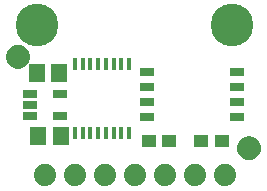
<source format=gbr>
G04 EAGLE Gerber RS-274X export*
G75*
%MOMM*%
%FSLAX34Y34*%
%LPD*%
%INSoldermask Top*%
%IPPOS*%
%AMOC8*
5,1,8,0,0,1.08239X$1,22.5*%
G01*
%ADD10R,1.176600X1.101600*%
%ADD11R,1.341600X1.601600*%
%ADD12R,0.406400X1.092200*%
%ADD13R,1.301600X0.651600*%
%ADD14C,1.101600*%
%ADD15C,0.469900*%
%ADD16C,3.617600*%
%ADD17R,1.301600X0.701600*%
%ADD18C,1.879600*%


D10*
X119770Y54610D03*
X136770Y54610D03*
D11*
X24790Y111760D03*
X43790Y111760D03*
X26060Y58420D03*
X45060Y58420D03*
D12*
X57260Y60992D03*
X63760Y60992D03*
X70260Y60992D03*
X76760Y60992D03*
X83260Y60992D03*
X89760Y60992D03*
X96260Y60992D03*
X102760Y60992D03*
X102760Y119348D03*
X96260Y119348D03*
X89760Y119348D03*
X83260Y119348D03*
X76760Y119348D03*
X70260Y119348D03*
X63760Y119348D03*
X57260Y119348D03*
D13*
X18749Y94590D03*
X18749Y85090D03*
X18749Y75590D03*
X44751Y75590D03*
X44751Y94590D03*
D14*
X8890Y125730D03*
D15*
X8890Y133230D02*
X8709Y133228D01*
X8528Y133221D01*
X8347Y133210D01*
X8166Y133195D01*
X7986Y133175D01*
X7806Y133151D01*
X7627Y133123D01*
X7449Y133090D01*
X7272Y133053D01*
X7095Y133012D01*
X6920Y132967D01*
X6745Y132917D01*
X6572Y132863D01*
X6401Y132805D01*
X6230Y132743D01*
X6062Y132676D01*
X5895Y132606D01*
X5729Y132532D01*
X5566Y132453D01*
X5405Y132371D01*
X5245Y132285D01*
X5088Y132195D01*
X4933Y132101D01*
X4780Y132004D01*
X4630Y131902D01*
X4482Y131798D01*
X4336Y131689D01*
X4194Y131578D01*
X4054Y131462D01*
X3917Y131344D01*
X3782Y131222D01*
X3651Y131097D01*
X3523Y130969D01*
X3398Y130838D01*
X3276Y130703D01*
X3158Y130566D01*
X3042Y130426D01*
X2931Y130284D01*
X2822Y130138D01*
X2718Y129990D01*
X2616Y129840D01*
X2519Y129687D01*
X2425Y129532D01*
X2335Y129375D01*
X2249Y129215D01*
X2167Y129054D01*
X2088Y128891D01*
X2014Y128725D01*
X1944Y128558D01*
X1877Y128390D01*
X1815Y128219D01*
X1757Y128048D01*
X1703Y127875D01*
X1653Y127700D01*
X1608Y127525D01*
X1567Y127348D01*
X1530Y127171D01*
X1497Y126993D01*
X1469Y126814D01*
X1445Y126634D01*
X1425Y126454D01*
X1410Y126273D01*
X1399Y126092D01*
X1392Y125911D01*
X1390Y125730D01*
X8890Y133230D02*
X9071Y133228D01*
X9252Y133221D01*
X9433Y133210D01*
X9614Y133195D01*
X9794Y133175D01*
X9974Y133151D01*
X10153Y133123D01*
X10331Y133090D01*
X10508Y133053D01*
X10685Y133012D01*
X10860Y132967D01*
X11035Y132917D01*
X11208Y132863D01*
X11379Y132805D01*
X11550Y132743D01*
X11718Y132676D01*
X11885Y132606D01*
X12051Y132532D01*
X12214Y132453D01*
X12375Y132371D01*
X12535Y132285D01*
X12692Y132195D01*
X12847Y132101D01*
X13000Y132004D01*
X13150Y131902D01*
X13298Y131798D01*
X13444Y131689D01*
X13586Y131578D01*
X13726Y131462D01*
X13863Y131344D01*
X13998Y131222D01*
X14129Y131097D01*
X14257Y130969D01*
X14382Y130838D01*
X14504Y130703D01*
X14622Y130566D01*
X14738Y130426D01*
X14849Y130284D01*
X14958Y130138D01*
X15062Y129990D01*
X15164Y129840D01*
X15261Y129687D01*
X15355Y129532D01*
X15445Y129375D01*
X15531Y129215D01*
X15613Y129054D01*
X15692Y128891D01*
X15766Y128725D01*
X15836Y128558D01*
X15903Y128390D01*
X15965Y128219D01*
X16023Y128048D01*
X16077Y127875D01*
X16127Y127700D01*
X16172Y127525D01*
X16213Y127348D01*
X16250Y127171D01*
X16283Y126993D01*
X16311Y126814D01*
X16335Y126634D01*
X16355Y126454D01*
X16370Y126273D01*
X16381Y126092D01*
X16388Y125911D01*
X16390Y125730D01*
X16388Y125549D01*
X16381Y125368D01*
X16370Y125187D01*
X16355Y125006D01*
X16335Y124826D01*
X16311Y124646D01*
X16283Y124467D01*
X16250Y124289D01*
X16213Y124112D01*
X16172Y123935D01*
X16127Y123760D01*
X16077Y123585D01*
X16023Y123412D01*
X15965Y123241D01*
X15903Y123070D01*
X15836Y122902D01*
X15766Y122735D01*
X15692Y122569D01*
X15613Y122406D01*
X15531Y122245D01*
X15445Y122085D01*
X15355Y121928D01*
X15261Y121773D01*
X15164Y121620D01*
X15062Y121470D01*
X14958Y121322D01*
X14849Y121176D01*
X14738Y121034D01*
X14622Y120894D01*
X14504Y120757D01*
X14382Y120622D01*
X14257Y120491D01*
X14129Y120363D01*
X13998Y120238D01*
X13863Y120116D01*
X13726Y119998D01*
X13586Y119882D01*
X13444Y119771D01*
X13298Y119662D01*
X13150Y119558D01*
X13000Y119456D01*
X12847Y119359D01*
X12692Y119265D01*
X12535Y119175D01*
X12375Y119089D01*
X12214Y119007D01*
X12051Y118928D01*
X11885Y118854D01*
X11718Y118784D01*
X11550Y118717D01*
X11379Y118655D01*
X11208Y118597D01*
X11035Y118543D01*
X10860Y118493D01*
X10685Y118448D01*
X10508Y118407D01*
X10331Y118370D01*
X10153Y118337D01*
X9974Y118309D01*
X9794Y118285D01*
X9614Y118265D01*
X9433Y118250D01*
X9252Y118239D01*
X9071Y118232D01*
X8890Y118230D01*
X8709Y118232D01*
X8528Y118239D01*
X8347Y118250D01*
X8166Y118265D01*
X7986Y118285D01*
X7806Y118309D01*
X7627Y118337D01*
X7449Y118370D01*
X7272Y118407D01*
X7095Y118448D01*
X6920Y118493D01*
X6745Y118543D01*
X6572Y118597D01*
X6401Y118655D01*
X6230Y118717D01*
X6062Y118784D01*
X5895Y118854D01*
X5729Y118928D01*
X5566Y119007D01*
X5405Y119089D01*
X5245Y119175D01*
X5088Y119265D01*
X4933Y119359D01*
X4780Y119456D01*
X4630Y119558D01*
X4482Y119662D01*
X4336Y119771D01*
X4194Y119882D01*
X4054Y119998D01*
X3917Y120116D01*
X3782Y120238D01*
X3651Y120363D01*
X3523Y120491D01*
X3398Y120622D01*
X3276Y120757D01*
X3158Y120894D01*
X3042Y121034D01*
X2931Y121176D01*
X2822Y121322D01*
X2718Y121470D01*
X2616Y121620D01*
X2519Y121773D01*
X2425Y121928D01*
X2335Y122085D01*
X2249Y122245D01*
X2167Y122406D01*
X2088Y122569D01*
X2014Y122735D01*
X1944Y122902D01*
X1877Y123070D01*
X1815Y123241D01*
X1757Y123412D01*
X1703Y123585D01*
X1653Y123760D01*
X1608Y123935D01*
X1567Y124112D01*
X1530Y124289D01*
X1497Y124467D01*
X1469Y124646D01*
X1445Y124826D01*
X1425Y125006D01*
X1410Y125187D01*
X1399Y125368D01*
X1392Y125549D01*
X1390Y125730D01*
D14*
X204470Y48260D03*
D15*
X204470Y55760D02*
X204289Y55758D01*
X204108Y55751D01*
X203927Y55740D01*
X203746Y55725D01*
X203566Y55705D01*
X203386Y55681D01*
X203207Y55653D01*
X203029Y55620D01*
X202852Y55583D01*
X202675Y55542D01*
X202500Y55497D01*
X202325Y55447D01*
X202152Y55393D01*
X201981Y55335D01*
X201810Y55273D01*
X201642Y55206D01*
X201475Y55136D01*
X201309Y55062D01*
X201146Y54983D01*
X200985Y54901D01*
X200825Y54815D01*
X200668Y54725D01*
X200513Y54631D01*
X200360Y54534D01*
X200210Y54432D01*
X200062Y54328D01*
X199916Y54219D01*
X199774Y54108D01*
X199634Y53992D01*
X199497Y53874D01*
X199362Y53752D01*
X199231Y53627D01*
X199103Y53499D01*
X198978Y53368D01*
X198856Y53233D01*
X198738Y53096D01*
X198622Y52956D01*
X198511Y52814D01*
X198402Y52668D01*
X198298Y52520D01*
X198196Y52370D01*
X198099Y52217D01*
X198005Y52062D01*
X197915Y51905D01*
X197829Y51745D01*
X197747Y51584D01*
X197668Y51421D01*
X197594Y51255D01*
X197524Y51088D01*
X197457Y50920D01*
X197395Y50749D01*
X197337Y50578D01*
X197283Y50405D01*
X197233Y50230D01*
X197188Y50055D01*
X197147Y49878D01*
X197110Y49701D01*
X197077Y49523D01*
X197049Y49344D01*
X197025Y49164D01*
X197005Y48984D01*
X196990Y48803D01*
X196979Y48622D01*
X196972Y48441D01*
X196970Y48260D01*
X204470Y55760D02*
X204651Y55758D01*
X204832Y55751D01*
X205013Y55740D01*
X205194Y55725D01*
X205374Y55705D01*
X205554Y55681D01*
X205733Y55653D01*
X205911Y55620D01*
X206088Y55583D01*
X206265Y55542D01*
X206440Y55497D01*
X206615Y55447D01*
X206788Y55393D01*
X206959Y55335D01*
X207130Y55273D01*
X207298Y55206D01*
X207465Y55136D01*
X207631Y55062D01*
X207794Y54983D01*
X207955Y54901D01*
X208115Y54815D01*
X208272Y54725D01*
X208427Y54631D01*
X208580Y54534D01*
X208730Y54432D01*
X208878Y54328D01*
X209024Y54219D01*
X209166Y54108D01*
X209306Y53992D01*
X209443Y53874D01*
X209578Y53752D01*
X209709Y53627D01*
X209837Y53499D01*
X209962Y53368D01*
X210084Y53233D01*
X210202Y53096D01*
X210318Y52956D01*
X210429Y52814D01*
X210538Y52668D01*
X210642Y52520D01*
X210744Y52370D01*
X210841Y52217D01*
X210935Y52062D01*
X211025Y51905D01*
X211111Y51745D01*
X211193Y51584D01*
X211272Y51421D01*
X211346Y51255D01*
X211416Y51088D01*
X211483Y50920D01*
X211545Y50749D01*
X211603Y50578D01*
X211657Y50405D01*
X211707Y50230D01*
X211752Y50055D01*
X211793Y49878D01*
X211830Y49701D01*
X211863Y49523D01*
X211891Y49344D01*
X211915Y49164D01*
X211935Y48984D01*
X211950Y48803D01*
X211961Y48622D01*
X211968Y48441D01*
X211970Y48260D01*
X211968Y48079D01*
X211961Y47898D01*
X211950Y47717D01*
X211935Y47536D01*
X211915Y47356D01*
X211891Y47176D01*
X211863Y46997D01*
X211830Y46819D01*
X211793Y46642D01*
X211752Y46465D01*
X211707Y46290D01*
X211657Y46115D01*
X211603Y45942D01*
X211545Y45771D01*
X211483Y45600D01*
X211416Y45432D01*
X211346Y45265D01*
X211272Y45099D01*
X211193Y44936D01*
X211111Y44775D01*
X211025Y44615D01*
X210935Y44458D01*
X210841Y44303D01*
X210744Y44150D01*
X210642Y44000D01*
X210538Y43852D01*
X210429Y43706D01*
X210318Y43564D01*
X210202Y43424D01*
X210084Y43287D01*
X209962Y43152D01*
X209837Y43021D01*
X209709Y42893D01*
X209578Y42768D01*
X209443Y42646D01*
X209306Y42528D01*
X209166Y42412D01*
X209024Y42301D01*
X208878Y42192D01*
X208730Y42088D01*
X208580Y41986D01*
X208427Y41889D01*
X208272Y41795D01*
X208115Y41705D01*
X207955Y41619D01*
X207794Y41537D01*
X207631Y41458D01*
X207465Y41384D01*
X207298Y41314D01*
X207130Y41247D01*
X206959Y41185D01*
X206788Y41127D01*
X206615Y41073D01*
X206440Y41023D01*
X206265Y40978D01*
X206088Y40937D01*
X205911Y40900D01*
X205733Y40867D01*
X205554Y40839D01*
X205374Y40815D01*
X205194Y40795D01*
X205013Y40780D01*
X204832Y40769D01*
X204651Y40762D01*
X204470Y40760D01*
X204289Y40762D01*
X204108Y40769D01*
X203927Y40780D01*
X203746Y40795D01*
X203566Y40815D01*
X203386Y40839D01*
X203207Y40867D01*
X203029Y40900D01*
X202852Y40937D01*
X202675Y40978D01*
X202500Y41023D01*
X202325Y41073D01*
X202152Y41127D01*
X201981Y41185D01*
X201810Y41247D01*
X201642Y41314D01*
X201475Y41384D01*
X201309Y41458D01*
X201146Y41537D01*
X200985Y41619D01*
X200825Y41705D01*
X200668Y41795D01*
X200513Y41889D01*
X200360Y41986D01*
X200210Y42088D01*
X200062Y42192D01*
X199916Y42301D01*
X199774Y42412D01*
X199634Y42528D01*
X199497Y42646D01*
X199362Y42768D01*
X199231Y42893D01*
X199103Y43021D01*
X198978Y43152D01*
X198856Y43287D01*
X198738Y43424D01*
X198622Y43564D01*
X198511Y43706D01*
X198402Y43852D01*
X198298Y44000D01*
X198196Y44150D01*
X198099Y44303D01*
X198005Y44458D01*
X197915Y44615D01*
X197829Y44775D01*
X197747Y44936D01*
X197668Y45099D01*
X197594Y45265D01*
X197524Y45432D01*
X197457Y45600D01*
X197395Y45771D01*
X197337Y45942D01*
X197283Y46115D01*
X197233Y46290D01*
X197188Y46465D01*
X197147Y46642D01*
X197110Y46819D01*
X197077Y46997D01*
X197049Y47176D01*
X197025Y47356D01*
X197005Y47536D01*
X196990Y47717D01*
X196979Y47898D01*
X196972Y48079D01*
X196970Y48260D01*
D16*
X25400Y152400D03*
X190500Y152400D03*
D17*
X194210Y87630D03*
X118210Y87630D03*
X194210Y74930D03*
X194210Y100330D03*
X194210Y113030D03*
X118210Y74930D03*
X118210Y100330D03*
X118210Y113030D03*
D18*
X31750Y25400D03*
X57150Y25400D03*
X82550Y25400D03*
X107950Y25400D03*
X133350Y25400D03*
X158750Y25400D03*
X184150Y25400D03*
D10*
X181220Y54610D03*
X164220Y54610D03*
M02*

</source>
